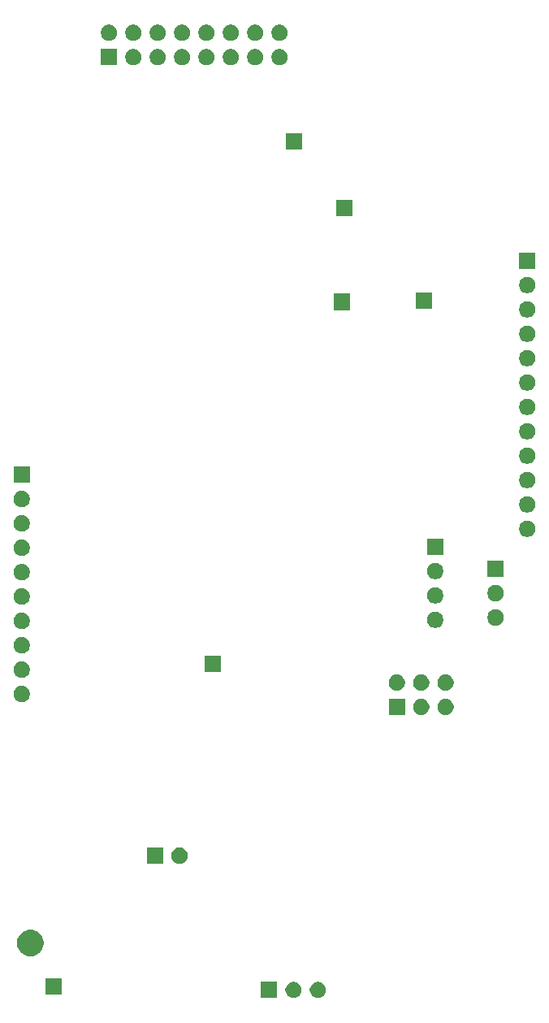
<source format=gbr>
G04 #@! TF.GenerationSoftware,KiCad,Pcbnew,(5.1.5)-3*
G04 #@! TF.CreationDate,2020-05-14T10:56:35+01:00*
G04 #@! TF.ProjectId,AddaTone components,41646461-546f-46e6-9520-636f6d706f6e,rev?*
G04 #@! TF.SameCoordinates,Original*
G04 #@! TF.FileFunction,Soldermask,Bot*
G04 #@! TF.FilePolarity,Negative*
%FSLAX46Y46*%
G04 Gerber Fmt 4.6, Leading zero omitted, Abs format (unit mm)*
G04 Created by KiCad (PCBNEW (5.1.5)-3) date 2020-05-14 10:56:35*
%MOMM*%
%LPD*%
G04 APERTURE LIST*
%ADD10C,0.100000*%
G04 APERTURE END LIST*
D10*
G36*
X129450000Y-156850000D02*
G01*
X127750000Y-156850000D01*
X127750000Y-155150000D01*
X129450000Y-155150000D01*
X129450000Y-156850000D01*
G37*
G36*
X131387935Y-155182664D02*
G01*
X131542624Y-155246739D01*
X131542626Y-155246740D01*
X131681844Y-155339762D01*
X131800238Y-155458156D01*
X131893260Y-155597374D01*
X131893261Y-155597376D01*
X131957336Y-155752065D01*
X131990000Y-155916281D01*
X131990000Y-156083719D01*
X131957336Y-156247935D01*
X131893261Y-156402624D01*
X131893260Y-156402626D01*
X131800238Y-156541844D01*
X131681844Y-156660238D01*
X131542626Y-156753260D01*
X131542625Y-156753261D01*
X131542624Y-156753261D01*
X131387935Y-156817336D01*
X131223719Y-156850000D01*
X131056281Y-156850000D01*
X130892065Y-156817336D01*
X130737376Y-156753261D01*
X130737375Y-156753261D01*
X130737374Y-156753260D01*
X130598156Y-156660238D01*
X130479762Y-156541844D01*
X130386740Y-156402626D01*
X130386739Y-156402624D01*
X130322664Y-156247935D01*
X130290000Y-156083719D01*
X130290000Y-155916281D01*
X130322664Y-155752065D01*
X130386739Y-155597376D01*
X130386740Y-155597374D01*
X130479762Y-155458156D01*
X130598156Y-155339762D01*
X130737374Y-155246740D01*
X130737376Y-155246739D01*
X130892065Y-155182664D01*
X131056281Y-155150000D01*
X131223719Y-155150000D01*
X131387935Y-155182664D01*
G37*
G36*
X133927935Y-155182664D02*
G01*
X134082624Y-155246739D01*
X134082626Y-155246740D01*
X134221844Y-155339762D01*
X134340238Y-155458156D01*
X134433260Y-155597374D01*
X134433261Y-155597376D01*
X134497336Y-155752065D01*
X134530000Y-155916281D01*
X134530000Y-156083719D01*
X134497336Y-156247935D01*
X134433261Y-156402624D01*
X134433260Y-156402626D01*
X134340238Y-156541844D01*
X134221844Y-156660238D01*
X134082626Y-156753260D01*
X134082625Y-156753261D01*
X134082624Y-156753261D01*
X133927935Y-156817336D01*
X133763719Y-156850000D01*
X133596281Y-156850000D01*
X133432065Y-156817336D01*
X133277376Y-156753261D01*
X133277375Y-156753261D01*
X133277374Y-156753260D01*
X133138156Y-156660238D01*
X133019762Y-156541844D01*
X132926740Y-156402626D01*
X132926739Y-156402624D01*
X132862664Y-156247935D01*
X132830000Y-156083719D01*
X132830000Y-155916281D01*
X132862664Y-155752065D01*
X132926739Y-155597376D01*
X132926740Y-155597374D01*
X133019762Y-155458156D01*
X133138156Y-155339762D01*
X133277374Y-155246740D01*
X133277376Y-155246739D01*
X133432065Y-155182664D01*
X133596281Y-155150000D01*
X133763719Y-155150000D01*
X133927935Y-155182664D01*
G37*
G36*
X106950000Y-156450000D02*
G01*
X105250000Y-156450000D01*
X105250000Y-154750000D01*
X106950000Y-154750000D01*
X106950000Y-156450000D01*
G37*
G36*
X103973127Y-149726901D02*
G01*
X104108365Y-149753801D01*
X104363149Y-149859336D01*
X104592448Y-150012549D01*
X104787451Y-150207552D01*
X104940664Y-150436851D01*
X105046199Y-150691635D01*
X105100000Y-150962112D01*
X105100000Y-151237888D01*
X105046199Y-151508365D01*
X104940664Y-151763149D01*
X104787451Y-151992448D01*
X104592448Y-152187451D01*
X104363149Y-152340664D01*
X104108365Y-152446199D01*
X103973127Y-152473099D01*
X103837889Y-152500000D01*
X103562111Y-152500000D01*
X103426873Y-152473099D01*
X103291635Y-152446199D01*
X103036851Y-152340664D01*
X102807552Y-152187451D01*
X102612549Y-151992448D01*
X102459336Y-151763149D01*
X102353801Y-151508365D01*
X102300000Y-151237888D01*
X102300000Y-150962112D01*
X102353801Y-150691635D01*
X102459336Y-150436851D01*
X102612549Y-150207552D01*
X102807552Y-150012549D01*
X103036851Y-149859336D01*
X103291635Y-149753801D01*
X103426873Y-149726901D01*
X103562111Y-149700000D01*
X103837889Y-149700000D01*
X103973127Y-149726901D01*
G37*
G36*
X119487935Y-141182664D02*
G01*
X119642624Y-141246739D01*
X119642626Y-141246740D01*
X119781844Y-141339762D01*
X119900238Y-141458156D01*
X119993260Y-141597374D01*
X119993261Y-141597376D01*
X120057336Y-141752065D01*
X120090000Y-141916281D01*
X120090000Y-142083719D01*
X120057336Y-142247935D01*
X119993261Y-142402624D01*
X119993260Y-142402626D01*
X119900238Y-142541844D01*
X119781844Y-142660238D01*
X119642626Y-142753260D01*
X119642625Y-142753261D01*
X119642624Y-142753261D01*
X119487935Y-142817336D01*
X119323719Y-142850000D01*
X119156281Y-142850000D01*
X118992065Y-142817336D01*
X118837376Y-142753261D01*
X118837375Y-142753261D01*
X118837374Y-142753260D01*
X118698156Y-142660238D01*
X118579762Y-142541844D01*
X118486740Y-142402626D01*
X118486739Y-142402624D01*
X118422664Y-142247935D01*
X118390000Y-142083719D01*
X118390000Y-141916281D01*
X118422664Y-141752065D01*
X118486739Y-141597376D01*
X118486740Y-141597374D01*
X118579762Y-141458156D01*
X118698156Y-141339762D01*
X118837374Y-141246740D01*
X118837376Y-141246739D01*
X118992065Y-141182664D01*
X119156281Y-141150000D01*
X119323719Y-141150000D01*
X119487935Y-141182664D01*
G37*
G36*
X117550000Y-142850000D02*
G01*
X115850000Y-142850000D01*
X115850000Y-141150000D01*
X117550000Y-141150000D01*
X117550000Y-142850000D01*
G37*
G36*
X147227935Y-125682664D02*
G01*
X147382624Y-125746739D01*
X147382626Y-125746740D01*
X147521844Y-125839762D01*
X147640238Y-125958156D01*
X147733260Y-126097374D01*
X147733261Y-126097376D01*
X147797336Y-126252065D01*
X147830000Y-126416281D01*
X147830000Y-126583719D01*
X147797336Y-126747935D01*
X147733261Y-126902624D01*
X147733260Y-126902626D01*
X147640238Y-127041844D01*
X147521844Y-127160238D01*
X147382626Y-127253260D01*
X147382625Y-127253261D01*
X147382624Y-127253261D01*
X147227935Y-127317336D01*
X147063719Y-127350000D01*
X146896281Y-127350000D01*
X146732065Y-127317336D01*
X146577376Y-127253261D01*
X146577375Y-127253261D01*
X146577374Y-127253260D01*
X146438156Y-127160238D01*
X146319762Y-127041844D01*
X146226740Y-126902626D01*
X146226739Y-126902624D01*
X146162664Y-126747935D01*
X146130000Y-126583719D01*
X146130000Y-126416281D01*
X146162664Y-126252065D01*
X146226739Y-126097376D01*
X146226740Y-126097374D01*
X146319762Y-125958156D01*
X146438156Y-125839762D01*
X146577374Y-125746740D01*
X146577376Y-125746739D01*
X146732065Y-125682664D01*
X146896281Y-125650000D01*
X147063719Y-125650000D01*
X147227935Y-125682664D01*
G37*
G36*
X142750000Y-127350000D02*
G01*
X141050000Y-127350000D01*
X141050000Y-125650000D01*
X142750000Y-125650000D01*
X142750000Y-127350000D01*
G37*
G36*
X144687935Y-125682664D02*
G01*
X144842624Y-125746739D01*
X144842626Y-125746740D01*
X144981844Y-125839762D01*
X145100238Y-125958156D01*
X145193260Y-126097374D01*
X145193261Y-126097376D01*
X145257336Y-126252065D01*
X145290000Y-126416281D01*
X145290000Y-126583719D01*
X145257336Y-126747935D01*
X145193261Y-126902624D01*
X145193260Y-126902626D01*
X145100238Y-127041844D01*
X144981844Y-127160238D01*
X144842626Y-127253260D01*
X144842625Y-127253261D01*
X144842624Y-127253261D01*
X144687935Y-127317336D01*
X144523719Y-127350000D01*
X144356281Y-127350000D01*
X144192065Y-127317336D01*
X144037376Y-127253261D01*
X144037375Y-127253261D01*
X144037374Y-127253260D01*
X143898156Y-127160238D01*
X143779762Y-127041844D01*
X143686740Y-126902626D01*
X143686739Y-126902624D01*
X143622664Y-126747935D01*
X143590000Y-126583719D01*
X143590000Y-126416281D01*
X143622664Y-126252065D01*
X143686739Y-126097376D01*
X143686740Y-126097374D01*
X143779762Y-125958156D01*
X143898156Y-125839762D01*
X144037374Y-125746740D01*
X144037376Y-125746739D01*
X144192065Y-125682664D01*
X144356281Y-125650000D01*
X144523719Y-125650000D01*
X144687935Y-125682664D01*
G37*
G36*
X103047935Y-124342664D02*
G01*
X103202624Y-124406739D01*
X103202626Y-124406740D01*
X103341844Y-124499762D01*
X103460238Y-124618156D01*
X103553260Y-124757374D01*
X103553261Y-124757376D01*
X103617336Y-124912065D01*
X103650000Y-125076281D01*
X103650000Y-125243719D01*
X103617336Y-125407935D01*
X103553261Y-125562624D01*
X103553260Y-125562626D01*
X103460238Y-125701844D01*
X103341844Y-125820238D01*
X103202626Y-125913260D01*
X103202625Y-125913261D01*
X103202624Y-125913261D01*
X103047935Y-125977336D01*
X102883719Y-126010000D01*
X102716281Y-126010000D01*
X102552065Y-125977336D01*
X102397376Y-125913261D01*
X102397375Y-125913261D01*
X102397374Y-125913260D01*
X102258156Y-125820238D01*
X102139762Y-125701844D01*
X102046740Y-125562626D01*
X102046739Y-125562624D01*
X101982664Y-125407935D01*
X101950000Y-125243719D01*
X101950000Y-125076281D01*
X101982664Y-124912065D01*
X102046739Y-124757376D01*
X102046740Y-124757374D01*
X102139762Y-124618156D01*
X102258156Y-124499762D01*
X102397374Y-124406740D01*
X102397376Y-124406739D01*
X102552065Y-124342664D01*
X102716281Y-124310000D01*
X102883719Y-124310000D01*
X103047935Y-124342664D01*
G37*
G36*
X144687935Y-123142664D02*
G01*
X144842624Y-123206739D01*
X144842626Y-123206740D01*
X144981844Y-123299762D01*
X145100238Y-123418156D01*
X145193260Y-123557374D01*
X145193261Y-123557376D01*
X145257336Y-123712065D01*
X145290000Y-123876281D01*
X145290000Y-124043719D01*
X145257336Y-124207935D01*
X145215059Y-124310000D01*
X145193260Y-124362626D01*
X145100238Y-124501844D01*
X144981844Y-124620238D01*
X144842626Y-124713260D01*
X144842625Y-124713261D01*
X144842624Y-124713261D01*
X144687935Y-124777336D01*
X144523719Y-124810000D01*
X144356281Y-124810000D01*
X144192065Y-124777336D01*
X144037376Y-124713261D01*
X144037375Y-124713261D01*
X144037374Y-124713260D01*
X143898156Y-124620238D01*
X143779762Y-124501844D01*
X143686740Y-124362626D01*
X143664941Y-124310000D01*
X143622664Y-124207935D01*
X143590000Y-124043719D01*
X143590000Y-123876281D01*
X143622664Y-123712065D01*
X143686739Y-123557376D01*
X143686740Y-123557374D01*
X143779762Y-123418156D01*
X143898156Y-123299762D01*
X144037374Y-123206740D01*
X144037376Y-123206739D01*
X144192065Y-123142664D01*
X144356281Y-123110000D01*
X144523719Y-123110000D01*
X144687935Y-123142664D01*
G37*
G36*
X142147935Y-123142664D02*
G01*
X142302624Y-123206739D01*
X142302626Y-123206740D01*
X142441844Y-123299762D01*
X142560238Y-123418156D01*
X142653260Y-123557374D01*
X142653261Y-123557376D01*
X142717336Y-123712065D01*
X142750000Y-123876281D01*
X142750000Y-124043719D01*
X142717336Y-124207935D01*
X142675059Y-124310000D01*
X142653260Y-124362626D01*
X142560238Y-124501844D01*
X142441844Y-124620238D01*
X142302626Y-124713260D01*
X142302625Y-124713261D01*
X142302624Y-124713261D01*
X142147935Y-124777336D01*
X141983719Y-124810000D01*
X141816281Y-124810000D01*
X141652065Y-124777336D01*
X141497376Y-124713261D01*
X141497375Y-124713261D01*
X141497374Y-124713260D01*
X141358156Y-124620238D01*
X141239762Y-124501844D01*
X141146740Y-124362626D01*
X141124941Y-124310000D01*
X141082664Y-124207935D01*
X141050000Y-124043719D01*
X141050000Y-123876281D01*
X141082664Y-123712065D01*
X141146739Y-123557376D01*
X141146740Y-123557374D01*
X141239762Y-123418156D01*
X141358156Y-123299762D01*
X141497374Y-123206740D01*
X141497376Y-123206739D01*
X141652065Y-123142664D01*
X141816281Y-123110000D01*
X141983719Y-123110000D01*
X142147935Y-123142664D01*
G37*
G36*
X147227935Y-123142664D02*
G01*
X147382624Y-123206739D01*
X147382626Y-123206740D01*
X147521844Y-123299762D01*
X147640238Y-123418156D01*
X147733260Y-123557374D01*
X147733261Y-123557376D01*
X147797336Y-123712065D01*
X147830000Y-123876281D01*
X147830000Y-124043719D01*
X147797336Y-124207935D01*
X147755059Y-124310000D01*
X147733260Y-124362626D01*
X147640238Y-124501844D01*
X147521844Y-124620238D01*
X147382626Y-124713260D01*
X147382625Y-124713261D01*
X147382624Y-124713261D01*
X147227935Y-124777336D01*
X147063719Y-124810000D01*
X146896281Y-124810000D01*
X146732065Y-124777336D01*
X146577376Y-124713261D01*
X146577375Y-124713261D01*
X146577374Y-124713260D01*
X146438156Y-124620238D01*
X146319762Y-124501844D01*
X146226740Y-124362626D01*
X146204941Y-124310000D01*
X146162664Y-124207935D01*
X146130000Y-124043719D01*
X146130000Y-123876281D01*
X146162664Y-123712065D01*
X146226739Y-123557376D01*
X146226740Y-123557374D01*
X146319762Y-123418156D01*
X146438156Y-123299762D01*
X146577374Y-123206740D01*
X146577376Y-123206739D01*
X146732065Y-123142664D01*
X146896281Y-123110000D01*
X147063719Y-123110000D01*
X147227935Y-123142664D01*
G37*
G36*
X103047935Y-121802664D02*
G01*
X103202624Y-121866739D01*
X103202626Y-121866740D01*
X103341844Y-121959762D01*
X103460238Y-122078156D01*
X103553260Y-122217374D01*
X103553261Y-122217376D01*
X103617336Y-122372065D01*
X103650000Y-122536281D01*
X103650000Y-122703719D01*
X103617336Y-122867935D01*
X103553261Y-123022624D01*
X103553260Y-123022626D01*
X103460238Y-123161844D01*
X103341844Y-123280238D01*
X103202626Y-123373260D01*
X103202625Y-123373261D01*
X103202624Y-123373261D01*
X103047935Y-123437336D01*
X102883719Y-123470000D01*
X102716281Y-123470000D01*
X102552065Y-123437336D01*
X102397376Y-123373261D01*
X102397375Y-123373261D01*
X102397374Y-123373260D01*
X102258156Y-123280238D01*
X102139762Y-123161844D01*
X102046740Y-123022626D01*
X102046739Y-123022624D01*
X101982664Y-122867935D01*
X101950000Y-122703719D01*
X101950000Y-122536281D01*
X101982664Y-122372065D01*
X102046739Y-122217376D01*
X102046740Y-122217374D01*
X102139762Y-122078156D01*
X102258156Y-121959762D01*
X102397374Y-121866740D01*
X102397376Y-121866739D01*
X102552065Y-121802664D01*
X102716281Y-121770000D01*
X102883719Y-121770000D01*
X103047935Y-121802664D01*
G37*
G36*
X123550000Y-122850000D02*
G01*
X121850000Y-122850000D01*
X121850000Y-121150000D01*
X123550000Y-121150000D01*
X123550000Y-122850000D01*
G37*
G36*
X103047935Y-119262664D02*
G01*
X103202624Y-119326739D01*
X103202626Y-119326740D01*
X103341844Y-119419762D01*
X103460238Y-119538156D01*
X103553260Y-119677374D01*
X103553261Y-119677376D01*
X103617336Y-119832065D01*
X103650000Y-119996281D01*
X103650000Y-120163719D01*
X103617336Y-120327935D01*
X103553261Y-120482624D01*
X103553260Y-120482626D01*
X103460238Y-120621844D01*
X103341844Y-120740238D01*
X103202626Y-120833260D01*
X103202625Y-120833261D01*
X103202624Y-120833261D01*
X103047935Y-120897336D01*
X102883719Y-120930000D01*
X102716281Y-120930000D01*
X102552065Y-120897336D01*
X102397376Y-120833261D01*
X102397375Y-120833261D01*
X102397374Y-120833260D01*
X102258156Y-120740238D01*
X102139762Y-120621844D01*
X102046740Y-120482626D01*
X102046739Y-120482624D01*
X101982664Y-120327935D01*
X101950000Y-120163719D01*
X101950000Y-119996281D01*
X101982664Y-119832065D01*
X102046739Y-119677376D01*
X102046740Y-119677374D01*
X102139762Y-119538156D01*
X102258156Y-119419762D01*
X102397374Y-119326740D01*
X102397376Y-119326739D01*
X102552065Y-119262664D01*
X102716281Y-119230000D01*
X102883719Y-119230000D01*
X103047935Y-119262664D01*
G37*
G36*
X103047935Y-116722664D02*
G01*
X103202624Y-116786739D01*
X103202626Y-116786740D01*
X103341844Y-116879762D01*
X103460238Y-116998156D01*
X103525803Y-117096282D01*
X103553261Y-117137376D01*
X103617336Y-117292065D01*
X103650000Y-117456281D01*
X103650000Y-117623719D01*
X103617336Y-117787935D01*
X103602967Y-117822624D01*
X103553260Y-117942626D01*
X103460238Y-118081844D01*
X103341844Y-118200238D01*
X103202626Y-118293260D01*
X103202625Y-118293261D01*
X103202624Y-118293261D01*
X103047935Y-118357336D01*
X102883719Y-118390000D01*
X102716281Y-118390000D01*
X102552065Y-118357336D01*
X102397376Y-118293261D01*
X102397375Y-118293261D01*
X102397374Y-118293260D01*
X102258156Y-118200238D01*
X102139762Y-118081844D01*
X102046740Y-117942626D01*
X101997033Y-117822624D01*
X101982664Y-117787935D01*
X101950000Y-117623719D01*
X101950000Y-117456281D01*
X101982664Y-117292065D01*
X102046739Y-117137376D01*
X102074197Y-117096282D01*
X102139762Y-116998156D01*
X102258156Y-116879762D01*
X102397374Y-116786740D01*
X102397376Y-116786739D01*
X102552065Y-116722664D01*
X102716281Y-116690000D01*
X102883719Y-116690000D01*
X103047935Y-116722664D01*
G37*
G36*
X146147935Y-116602664D02*
G01*
X146302624Y-116666739D01*
X146302626Y-116666740D01*
X146441844Y-116759762D01*
X146560238Y-116878156D01*
X146653260Y-117017374D01*
X146653261Y-117017376D01*
X146717336Y-117172065D01*
X146750000Y-117336281D01*
X146750000Y-117503719D01*
X146717336Y-117667935D01*
X146667630Y-117787935D01*
X146653260Y-117822626D01*
X146560238Y-117961844D01*
X146441844Y-118080238D01*
X146302626Y-118173260D01*
X146302625Y-118173261D01*
X146302624Y-118173261D01*
X146147935Y-118237336D01*
X145983719Y-118270000D01*
X145816281Y-118270000D01*
X145652065Y-118237336D01*
X145497376Y-118173261D01*
X145497375Y-118173261D01*
X145497374Y-118173260D01*
X145358156Y-118080238D01*
X145239762Y-117961844D01*
X145146740Y-117822626D01*
X145132370Y-117787935D01*
X145082664Y-117667935D01*
X145050000Y-117503719D01*
X145050000Y-117336281D01*
X145082664Y-117172065D01*
X145146739Y-117017376D01*
X145146740Y-117017374D01*
X145239762Y-116878156D01*
X145358156Y-116759762D01*
X145497374Y-116666740D01*
X145497376Y-116666739D01*
X145652065Y-116602664D01*
X145816281Y-116570000D01*
X145983719Y-116570000D01*
X146147935Y-116602664D01*
G37*
G36*
X152447935Y-116362664D02*
G01*
X152602624Y-116426739D01*
X152602626Y-116426740D01*
X152741844Y-116519762D01*
X152860238Y-116638156D01*
X152941492Y-116759762D01*
X152953261Y-116777376D01*
X153017336Y-116932065D01*
X153050000Y-117096281D01*
X153050000Y-117263719D01*
X153017336Y-117427935D01*
X153005594Y-117456282D01*
X152953260Y-117582626D01*
X152860238Y-117721844D01*
X152741844Y-117840238D01*
X152602626Y-117933260D01*
X152602625Y-117933261D01*
X152602624Y-117933261D01*
X152447935Y-117997336D01*
X152283719Y-118030000D01*
X152116281Y-118030000D01*
X151952065Y-117997336D01*
X151797376Y-117933261D01*
X151797375Y-117933261D01*
X151797374Y-117933260D01*
X151658156Y-117840238D01*
X151539762Y-117721844D01*
X151446740Y-117582626D01*
X151394406Y-117456282D01*
X151382664Y-117427935D01*
X151350000Y-117263719D01*
X151350000Y-117096281D01*
X151382664Y-116932065D01*
X151446739Y-116777376D01*
X151458508Y-116759762D01*
X151539762Y-116638156D01*
X151658156Y-116519762D01*
X151797374Y-116426740D01*
X151797376Y-116426739D01*
X151952065Y-116362664D01*
X152116281Y-116330000D01*
X152283719Y-116330000D01*
X152447935Y-116362664D01*
G37*
G36*
X103047935Y-114182664D02*
G01*
X103202624Y-114246739D01*
X103202626Y-114246740D01*
X103341844Y-114339762D01*
X103460238Y-114458156D01*
X103525803Y-114556282D01*
X103553261Y-114597376D01*
X103617336Y-114752065D01*
X103650000Y-114916281D01*
X103650000Y-115083719D01*
X103617336Y-115247935D01*
X103602967Y-115282624D01*
X103553260Y-115402626D01*
X103460238Y-115541844D01*
X103341844Y-115660238D01*
X103202626Y-115753260D01*
X103202625Y-115753261D01*
X103202624Y-115753261D01*
X103047935Y-115817336D01*
X102883719Y-115850000D01*
X102716281Y-115850000D01*
X102552065Y-115817336D01*
X102397376Y-115753261D01*
X102397375Y-115753261D01*
X102397374Y-115753260D01*
X102258156Y-115660238D01*
X102139762Y-115541844D01*
X102046740Y-115402626D01*
X101997033Y-115282624D01*
X101982664Y-115247935D01*
X101950000Y-115083719D01*
X101950000Y-114916281D01*
X101982664Y-114752065D01*
X102046739Y-114597376D01*
X102074197Y-114556282D01*
X102139762Y-114458156D01*
X102258156Y-114339762D01*
X102397374Y-114246740D01*
X102397376Y-114246739D01*
X102552065Y-114182664D01*
X102716281Y-114150000D01*
X102883719Y-114150000D01*
X103047935Y-114182664D01*
G37*
G36*
X146147935Y-114062664D02*
G01*
X146302624Y-114126739D01*
X146302626Y-114126740D01*
X146441844Y-114219762D01*
X146560238Y-114338156D01*
X146653260Y-114477374D01*
X146653261Y-114477376D01*
X146717336Y-114632065D01*
X146750000Y-114796281D01*
X146750000Y-114963719D01*
X146717336Y-115127935D01*
X146667630Y-115247935D01*
X146653260Y-115282626D01*
X146560238Y-115421844D01*
X146441844Y-115540238D01*
X146302626Y-115633260D01*
X146302625Y-115633261D01*
X146302624Y-115633261D01*
X146147935Y-115697336D01*
X145983719Y-115730000D01*
X145816281Y-115730000D01*
X145652065Y-115697336D01*
X145497376Y-115633261D01*
X145497375Y-115633261D01*
X145497374Y-115633260D01*
X145358156Y-115540238D01*
X145239762Y-115421844D01*
X145146740Y-115282626D01*
X145132370Y-115247935D01*
X145082664Y-115127935D01*
X145050000Y-114963719D01*
X145050000Y-114796281D01*
X145082664Y-114632065D01*
X145146739Y-114477376D01*
X145146740Y-114477374D01*
X145239762Y-114338156D01*
X145358156Y-114219762D01*
X145497374Y-114126740D01*
X145497376Y-114126739D01*
X145652065Y-114062664D01*
X145816281Y-114030000D01*
X145983719Y-114030000D01*
X146147935Y-114062664D01*
G37*
G36*
X152447935Y-113822664D02*
G01*
X152602624Y-113886739D01*
X152602626Y-113886740D01*
X152741844Y-113979762D01*
X152860238Y-114098156D01*
X152941492Y-114219762D01*
X152953261Y-114237376D01*
X153017336Y-114392065D01*
X153050000Y-114556281D01*
X153050000Y-114723719D01*
X153017336Y-114887935D01*
X153005594Y-114916282D01*
X152953260Y-115042626D01*
X152860238Y-115181844D01*
X152741844Y-115300238D01*
X152602626Y-115393260D01*
X152602625Y-115393261D01*
X152602624Y-115393261D01*
X152447935Y-115457336D01*
X152283719Y-115490000D01*
X152116281Y-115490000D01*
X151952065Y-115457336D01*
X151797376Y-115393261D01*
X151797375Y-115393261D01*
X151797374Y-115393260D01*
X151658156Y-115300238D01*
X151539762Y-115181844D01*
X151446740Y-115042626D01*
X151394406Y-114916282D01*
X151382664Y-114887935D01*
X151350000Y-114723719D01*
X151350000Y-114556281D01*
X151382664Y-114392065D01*
X151446739Y-114237376D01*
X151458508Y-114219762D01*
X151539762Y-114098156D01*
X151658156Y-113979762D01*
X151797374Y-113886740D01*
X151797376Y-113886739D01*
X151952065Y-113822664D01*
X152116281Y-113790000D01*
X152283719Y-113790000D01*
X152447935Y-113822664D01*
G37*
G36*
X103047935Y-111642664D02*
G01*
X103137496Y-111679762D01*
X103202626Y-111706740D01*
X103341844Y-111799762D01*
X103460238Y-111918156D01*
X103473080Y-111937376D01*
X103553261Y-112057376D01*
X103617336Y-112212065D01*
X103650000Y-112376281D01*
X103650000Y-112543719D01*
X103617336Y-112707935D01*
X103602967Y-112742624D01*
X103553260Y-112862626D01*
X103460238Y-113001844D01*
X103341844Y-113120238D01*
X103202626Y-113213260D01*
X103202625Y-113213261D01*
X103202624Y-113213261D01*
X103047935Y-113277336D01*
X102883719Y-113310000D01*
X102716281Y-113310000D01*
X102552065Y-113277336D01*
X102397376Y-113213261D01*
X102397375Y-113213261D01*
X102397374Y-113213260D01*
X102258156Y-113120238D01*
X102139762Y-113001844D01*
X102046740Y-112862626D01*
X101997033Y-112742624D01*
X101982664Y-112707935D01*
X101950000Y-112543719D01*
X101950000Y-112376281D01*
X101982664Y-112212065D01*
X102046739Y-112057376D01*
X102126920Y-111937376D01*
X102139762Y-111918156D01*
X102258156Y-111799762D01*
X102397374Y-111706740D01*
X102462504Y-111679762D01*
X102552065Y-111642664D01*
X102716281Y-111610000D01*
X102883719Y-111610000D01*
X103047935Y-111642664D01*
G37*
G36*
X146147935Y-111522664D02*
G01*
X146302624Y-111586739D01*
X146302626Y-111586740D01*
X146441844Y-111679762D01*
X146560238Y-111798156D01*
X146653260Y-111937374D01*
X146653261Y-111937376D01*
X146717336Y-112092065D01*
X146750000Y-112256281D01*
X146750000Y-112423719D01*
X146717336Y-112587935D01*
X146667630Y-112707935D01*
X146653260Y-112742626D01*
X146560238Y-112881844D01*
X146441844Y-113000238D01*
X146302626Y-113093260D01*
X146302625Y-113093261D01*
X146302624Y-113093261D01*
X146147935Y-113157336D01*
X145983719Y-113190000D01*
X145816281Y-113190000D01*
X145652065Y-113157336D01*
X145497376Y-113093261D01*
X145497375Y-113093261D01*
X145497374Y-113093260D01*
X145358156Y-113000238D01*
X145239762Y-112881844D01*
X145146740Y-112742626D01*
X145132370Y-112707935D01*
X145082664Y-112587935D01*
X145050000Y-112423719D01*
X145050000Y-112256281D01*
X145082664Y-112092065D01*
X145146739Y-111937376D01*
X145146740Y-111937374D01*
X145239762Y-111798156D01*
X145358156Y-111679762D01*
X145497374Y-111586740D01*
X145497376Y-111586739D01*
X145652065Y-111522664D01*
X145816281Y-111490000D01*
X145983719Y-111490000D01*
X146147935Y-111522664D01*
G37*
G36*
X153050000Y-112950000D02*
G01*
X151350000Y-112950000D01*
X151350000Y-111250000D01*
X153050000Y-111250000D01*
X153050000Y-112950000D01*
G37*
G36*
X103047935Y-109102664D02*
G01*
X103202624Y-109166739D01*
X103202626Y-109166740D01*
X103341844Y-109259762D01*
X103460238Y-109378156D01*
X103553260Y-109517374D01*
X103553261Y-109517376D01*
X103617336Y-109672065D01*
X103650000Y-109836281D01*
X103650000Y-110003719D01*
X103617336Y-110167935D01*
X103553261Y-110322624D01*
X103553260Y-110322626D01*
X103460238Y-110461844D01*
X103341844Y-110580238D01*
X103202626Y-110673260D01*
X103202625Y-110673261D01*
X103202624Y-110673261D01*
X103047935Y-110737336D01*
X102883719Y-110770000D01*
X102716281Y-110770000D01*
X102552065Y-110737336D01*
X102397376Y-110673261D01*
X102397375Y-110673261D01*
X102397374Y-110673260D01*
X102258156Y-110580238D01*
X102139762Y-110461844D01*
X102046740Y-110322626D01*
X102046739Y-110322624D01*
X101982664Y-110167935D01*
X101950000Y-110003719D01*
X101950000Y-109836281D01*
X101982664Y-109672065D01*
X102046739Y-109517376D01*
X102046740Y-109517374D01*
X102139762Y-109378156D01*
X102258156Y-109259762D01*
X102397374Y-109166740D01*
X102397376Y-109166739D01*
X102552065Y-109102664D01*
X102716281Y-109070000D01*
X102883719Y-109070000D01*
X103047935Y-109102664D01*
G37*
G36*
X146750000Y-110650000D02*
G01*
X145050000Y-110650000D01*
X145050000Y-108950000D01*
X146750000Y-108950000D01*
X146750000Y-110650000D01*
G37*
G36*
X155747935Y-107122664D02*
G01*
X155902624Y-107186739D01*
X155902626Y-107186740D01*
X156041844Y-107279762D01*
X156160238Y-107398156D01*
X156253260Y-107537374D01*
X156253261Y-107537376D01*
X156317336Y-107692065D01*
X156350000Y-107856281D01*
X156350000Y-108023719D01*
X156317336Y-108187935D01*
X156253261Y-108342624D01*
X156253260Y-108342626D01*
X156160238Y-108481844D01*
X156041844Y-108600238D01*
X155902626Y-108693260D01*
X155902625Y-108693261D01*
X155902624Y-108693261D01*
X155747935Y-108757336D01*
X155583719Y-108790000D01*
X155416281Y-108790000D01*
X155252065Y-108757336D01*
X155097376Y-108693261D01*
X155097375Y-108693261D01*
X155097374Y-108693260D01*
X154958156Y-108600238D01*
X154839762Y-108481844D01*
X154746740Y-108342626D01*
X154746739Y-108342624D01*
X154682664Y-108187935D01*
X154650000Y-108023719D01*
X154650000Y-107856281D01*
X154682664Y-107692065D01*
X154746739Y-107537376D01*
X154746740Y-107537374D01*
X154839762Y-107398156D01*
X154958156Y-107279762D01*
X155097374Y-107186740D01*
X155097376Y-107186739D01*
X155252065Y-107122664D01*
X155416281Y-107090000D01*
X155583719Y-107090000D01*
X155747935Y-107122664D01*
G37*
G36*
X103047935Y-106562664D02*
G01*
X103202624Y-106626739D01*
X103202626Y-106626740D01*
X103341844Y-106719762D01*
X103460238Y-106838156D01*
X103553260Y-106977374D01*
X103553261Y-106977376D01*
X103617336Y-107132065D01*
X103650000Y-107296281D01*
X103650000Y-107463719D01*
X103617336Y-107627935D01*
X103590772Y-107692065D01*
X103553260Y-107782626D01*
X103460238Y-107921844D01*
X103341844Y-108040238D01*
X103202626Y-108133260D01*
X103202625Y-108133261D01*
X103202624Y-108133261D01*
X103047935Y-108197336D01*
X102883719Y-108230000D01*
X102716281Y-108230000D01*
X102552065Y-108197336D01*
X102397376Y-108133261D01*
X102397375Y-108133261D01*
X102397374Y-108133260D01*
X102258156Y-108040238D01*
X102139762Y-107921844D01*
X102046740Y-107782626D01*
X102009228Y-107692065D01*
X101982664Y-107627935D01*
X101950000Y-107463719D01*
X101950000Y-107296281D01*
X101982664Y-107132065D01*
X102046739Y-106977376D01*
X102046740Y-106977374D01*
X102139762Y-106838156D01*
X102258156Y-106719762D01*
X102397374Y-106626740D01*
X102397376Y-106626739D01*
X102552065Y-106562664D01*
X102716281Y-106530000D01*
X102883719Y-106530000D01*
X103047935Y-106562664D01*
G37*
G36*
X155747935Y-104582664D02*
G01*
X155902624Y-104646739D01*
X155902626Y-104646740D01*
X156041844Y-104739762D01*
X156160238Y-104858156D01*
X156253260Y-104997374D01*
X156253261Y-104997376D01*
X156317336Y-105152065D01*
X156350000Y-105316281D01*
X156350000Y-105483719D01*
X156317336Y-105647935D01*
X156253261Y-105802624D01*
X156253260Y-105802626D01*
X156160238Y-105941844D01*
X156041844Y-106060238D01*
X155902626Y-106153260D01*
X155902625Y-106153261D01*
X155902624Y-106153261D01*
X155747935Y-106217336D01*
X155583719Y-106250000D01*
X155416281Y-106250000D01*
X155252065Y-106217336D01*
X155097376Y-106153261D01*
X155097375Y-106153261D01*
X155097374Y-106153260D01*
X154958156Y-106060238D01*
X154839762Y-105941844D01*
X154746740Y-105802626D01*
X154746739Y-105802624D01*
X154682664Y-105647935D01*
X154650000Y-105483719D01*
X154650000Y-105316281D01*
X154682664Y-105152065D01*
X154746739Y-104997376D01*
X154746740Y-104997374D01*
X154839762Y-104858156D01*
X154958156Y-104739762D01*
X155097374Y-104646740D01*
X155097376Y-104646739D01*
X155252065Y-104582664D01*
X155416281Y-104550000D01*
X155583719Y-104550000D01*
X155747935Y-104582664D01*
G37*
G36*
X103047935Y-104022664D02*
G01*
X103202624Y-104086739D01*
X103202626Y-104086740D01*
X103341844Y-104179762D01*
X103460238Y-104298156D01*
X103553260Y-104437374D01*
X103553261Y-104437376D01*
X103617336Y-104592065D01*
X103650000Y-104756281D01*
X103650000Y-104923719D01*
X103617336Y-105087935D01*
X103590772Y-105152065D01*
X103553260Y-105242626D01*
X103460238Y-105381844D01*
X103341844Y-105500238D01*
X103202626Y-105593260D01*
X103202625Y-105593261D01*
X103202624Y-105593261D01*
X103047935Y-105657336D01*
X102883719Y-105690000D01*
X102716281Y-105690000D01*
X102552065Y-105657336D01*
X102397376Y-105593261D01*
X102397375Y-105593261D01*
X102397374Y-105593260D01*
X102258156Y-105500238D01*
X102139762Y-105381844D01*
X102046740Y-105242626D01*
X102009228Y-105152065D01*
X101982664Y-105087935D01*
X101950000Y-104923719D01*
X101950000Y-104756281D01*
X101982664Y-104592065D01*
X102046739Y-104437376D01*
X102046740Y-104437374D01*
X102139762Y-104298156D01*
X102258156Y-104179762D01*
X102397374Y-104086740D01*
X102397376Y-104086739D01*
X102552065Y-104022664D01*
X102716281Y-103990000D01*
X102883719Y-103990000D01*
X103047935Y-104022664D01*
G37*
G36*
X155747935Y-102042664D02*
G01*
X155902624Y-102106739D01*
X155902626Y-102106740D01*
X156041844Y-102199762D01*
X156160238Y-102318156D01*
X156253260Y-102457374D01*
X156253261Y-102457376D01*
X156317336Y-102612065D01*
X156350000Y-102776281D01*
X156350000Y-102943719D01*
X156317336Y-103107935D01*
X156253261Y-103262624D01*
X156253260Y-103262626D01*
X156160238Y-103401844D01*
X156041844Y-103520238D01*
X155902626Y-103613260D01*
X155902625Y-103613261D01*
X155902624Y-103613261D01*
X155747935Y-103677336D01*
X155583719Y-103710000D01*
X155416281Y-103710000D01*
X155252065Y-103677336D01*
X155097376Y-103613261D01*
X155097375Y-103613261D01*
X155097374Y-103613260D01*
X154958156Y-103520238D01*
X154839762Y-103401844D01*
X154746740Y-103262626D01*
X154746739Y-103262624D01*
X154682664Y-103107935D01*
X154650000Y-102943719D01*
X154650000Y-102776281D01*
X154682664Y-102612065D01*
X154746739Y-102457376D01*
X154746740Y-102457374D01*
X154839762Y-102318156D01*
X154958156Y-102199762D01*
X155097374Y-102106740D01*
X155097376Y-102106739D01*
X155252065Y-102042664D01*
X155416281Y-102010000D01*
X155583719Y-102010000D01*
X155747935Y-102042664D01*
G37*
G36*
X103650000Y-103150000D02*
G01*
X101950000Y-103150000D01*
X101950000Y-101450000D01*
X103650000Y-101450000D01*
X103650000Y-103150000D01*
G37*
G36*
X155747935Y-99502664D02*
G01*
X155902624Y-99566739D01*
X155902626Y-99566740D01*
X156041844Y-99659762D01*
X156160238Y-99778156D01*
X156253260Y-99917374D01*
X156253261Y-99917376D01*
X156317336Y-100072065D01*
X156350000Y-100236281D01*
X156350000Y-100403719D01*
X156317336Y-100567935D01*
X156253261Y-100722624D01*
X156253260Y-100722626D01*
X156160238Y-100861844D01*
X156041844Y-100980238D01*
X155902626Y-101073260D01*
X155902625Y-101073261D01*
X155902624Y-101073261D01*
X155747935Y-101137336D01*
X155583719Y-101170000D01*
X155416281Y-101170000D01*
X155252065Y-101137336D01*
X155097376Y-101073261D01*
X155097375Y-101073261D01*
X155097374Y-101073260D01*
X154958156Y-100980238D01*
X154839762Y-100861844D01*
X154746740Y-100722626D01*
X154746739Y-100722624D01*
X154682664Y-100567935D01*
X154650000Y-100403719D01*
X154650000Y-100236281D01*
X154682664Y-100072065D01*
X154746739Y-99917376D01*
X154746740Y-99917374D01*
X154839762Y-99778156D01*
X154958156Y-99659762D01*
X155097374Y-99566740D01*
X155097376Y-99566739D01*
X155252065Y-99502664D01*
X155416281Y-99470000D01*
X155583719Y-99470000D01*
X155747935Y-99502664D01*
G37*
G36*
X155747935Y-96962664D02*
G01*
X155902624Y-97026739D01*
X155902626Y-97026740D01*
X156041844Y-97119762D01*
X156160238Y-97238156D01*
X156253260Y-97377374D01*
X156253261Y-97377376D01*
X156317336Y-97532065D01*
X156350000Y-97696281D01*
X156350000Y-97863719D01*
X156317336Y-98027935D01*
X156253261Y-98182624D01*
X156253260Y-98182626D01*
X156160238Y-98321844D01*
X156041844Y-98440238D01*
X155902626Y-98533260D01*
X155902625Y-98533261D01*
X155902624Y-98533261D01*
X155747935Y-98597336D01*
X155583719Y-98630000D01*
X155416281Y-98630000D01*
X155252065Y-98597336D01*
X155097376Y-98533261D01*
X155097375Y-98533261D01*
X155097374Y-98533260D01*
X154958156Y-98440238D01*
X154839762Y-98321844D01*
X154746740Y-98182626D01*
X154746739Y-98182624D01*
X154682664Y-98027935D01*
X154650000Y-97863719D01*
X154650000Y-97696281D01*
X154682664Y-97532065D01*
X154746739Y-97377376D01*
X154746740Y-97377374D01*
X154839762Y-97238156D01*
X154958156Y-97119762D01*
X155097374Y-97026740D01*
X155097376Y-97026739D01*
X155252065Y-96962664D01*
X155416281Y-96930000D01*
X155583719Y-96930000D01*
X155747935Y-96962664D01*
G37*
G36*
X155747935Y-94422664D02*
G01*
X155902624Y-94486739D01*
X155902626Y-94486740D01*
X156041844Y-94579762D01*
X156160238Y-94698156D01*
X156253260Y-94837374D01*
X156253261Y-94837376D01*
X156317336Y-94992065D01*
X156350000Y-95156281D01*
X156350000Y-95323719D01*
X156317336Y-95487935D01*
X156253261Y-95642624D01*
X156253260Y-95642626D01*
X156160238Y-95781844D01*
X156041844Y-95900238D01*
X155902626Y-95993260D01*
X155902625Y-95993261D01*
X155902624Y-95993261D01*
X155747935Y-96057336D01*
X155583719Y-96090000D01*
X155416281Y-96090000D01*
X155252065Y-96057336D01*
X155097376Y-95993261D01*
X155097375Y-95993261D01*
X155097374Y-95993260D01*
X154958156Y-95900238D01*
X154839762Y-95781844D01*
X154746740Y-95642626D01*
X154746739Y-95642624D01*
X154682664Y-95487935D01*
X154650000Y-95323719D01*
X154650000Y-95156281D01*
X154682664Y-94992065D01*
X154746739Y-94837376D01*
X154746740Y-94837374D01*
X154839762Y-94698156D01*
X154958156Y-94579762D01*
X155097374Y-94486740D01*
X155097376Y-94486739D01*
X155252065Y-94422664D01*
X155416281Y-94390000D01*
X155583719Y-94390000D01*
X155747935Y-94422664D01*
G37*
G36*
X155747935Y-91882664D02*
G01*
X155902624Y-91946739D01*
X155902626Y-91946740D01*
X156041844Y-92039762D01*
X156160238Y-92158156D01*
X156253260Y-92297374D01*
X156253261Y-92297376D01*
X156317336Y-92452065D01*
X156350000Y-92616281D01*
X156350000Y-92783719D01*
X156317336Y-92947935D01*
X156253261Y-93102624D01*
X156253260Y-93102626D01*
X156160238Y-93241844D01*
X156041844Y-93360238D01*
X155902626Y-93453260D01*
X155902625Y-93453261D01*
X155902624Y-93453261D01*
X155747935Y-93517336D01*
X155583719Y-93550000D01*
X155416281Y-93550000D01*
X155252065Y-93517336D01*
X155097376Y-93453261D01*
X155097375Y-93453261D01*
X155097374Y-93453260D01*
X154958156Y-93360238D01*
X154839762Y-93241844D01*
X154746740Y-93102626D01*
X154746739Y-93102624D01*
X154682664Y-92947935D01*
X154650000Y-92783719D01*
X154650000Y-92616281D01*
X154682664Y-92452065D01*
X154746739Y-92297376D01*
X154746740Y-92297374D01*
X154839762Y-92158156D01*
X154958156Y-92039762D01*
X155097374Y-91946740D01*
X155097376Y-91946739D01*
X155252065Y-91882664D01*
X155416281Y-91850000D01*
X155583719Y-91850000D01*
X155747935Y-91882664D01*
G37*
G36*
X155747935Y-89342664D02*
G01*
X155902624Y-89406739D01*
X155902626Y-89406740D01*
X156041844Y-89499762D01*
X156160238Y-89618156D01*
X156253260Y-89757374D01*
X156253261Y-89757376D01*
X156317336Y-89912065D01*
X156350000Y-90076281D01*
X156350000Y-90243719D01*
X156317336Y-90407935D01*
X156253261Y-90562624D01*
X156253260Y-90562626D01*
X156160238Y-90701844D01*
X156041844Y-90820238D01*
X155902626Y-90913260D01*
X155902625Y-90913261D01*
X155902624Y-90913261D01*
X155747935Y-90977336D01*
X155583719Y-91010000D01*
X155416281Y-91010000D01*
X155252065Y-90977336D01*
X155097376Y-90913261D01*
X155097375Y-90913261D01*
X155097374Y-90913260D01*
X154958156Y-90820238D01*
X154839762Y-90701844D01*
X154746740Y-90562626D01*
X154746739Y-90562624D01*
X154682664Y-90407935D01*
X154650000Y-90243719D01*
X154650000Y-90076281D01*
X154682664Y-89912065D01*
X154746739Y-89757376D01*
X154746740Y-89757374D01*
X154839762Y-89618156D01*
X154958156Y-89499762D01*
X155097374Y-89406740D01*
X155097376Y-89406739D01*
X155252065Y-89342664D01*
X155416281Y-89310000D01*
X155583719Y-89310000D01*
X155747935Y-89342664D01*
G37*
G36*
X155747935Y-86802664D02*
G01*
X155902624Y-86866739D01*
X155902626Y-86866740D01*
X156041844Y-86959762D01*
X156160238Y-87078156D01*
X156253260Y-87217374D01*
X156253261Y-87217376D01*
X156317336Y-87372065D01*
X156350000Y-87536281D01*
X156350000Y-87703719D01*
X156317336Y-87867935D01*
X156253261Y-88022624D01*
X156253260Y-88022626D01*
X156160238Y-88161844D01*
X156041844Y-88280238D01*
X155902626Y-88373260D01*
X155902625Y-88373261D01*
X155902624Y-88373261D01*
X155747935Y-88437336D01*
X155583719Y-88470000D01*
X155416281Y-88470000D01*
X155252065Y-88437336D01*
X155097376Y-88373261D01*
X155097375Y-88373261D01*
X155097374Y-88373260D01*
X154958156Y-88280238D01*
X154839762Y-88161844D01*
X154746740Y-88022626D01*
X154746739Y-88022624D01*
X154682664Y-87867935D01*
X154650000Y-87703719D01*
X154650000Y-87536281D01*
X154682664Y-87372065D01*
X154746739Y-87217376D01*
X154746740Y-87217374D01*
X154839762Y-87078156D01*
X154958156Y-86959762D01*
X155097374Y-86866740D01*
X155097376Y-86866739D01*
X155252065Y-86802664D01*
X155416281Y-86770000D01*
X155583719Y-86770000D01*
X155747935Y-86802664D01*
G37*
G36*
X155747935Y-84262664D02*
G01*
X155902624Y-84326739D01*
X155902626Y-84326740D01*
X156041844Y-84419762D01*
X156160238Y-84538156D01*
X156253260Y-84677374D01*
X156253261Y-84677376D01*
X156317336Y-84832065D01*
X156350000Y-84996281D01*
X156350000Y-85163719D01*
X156317336Y-85327935D01*
X156253261Y-85482624D01*
X156253260Y-85482626D01*
X156160238Y-85621844D01*
X156041844Y-85740238D01*
X155902626Y-85833260D01*
X155902625Y-85833261D01*
X155902624Y-85833261D01*
X155747935Y-85897336D01*
X155583719Y-85930000D01*
X155416281Y-85930000D01*
X155252065Y-85897336D01*
X155097376Y-85833261D01*
X155097375Y-85833261D01*
X155097374Y-85833260D01*
X154958156Y-85740238D01*
X154839762Y-85621844D01*
X154746740Y-85482626D01*
X154746739Y-85482624D01*
X154682664Y-85327935D01*
X154650000Y-85163719D01*
X154650000Y-84996281D01*
X154682664Y-84832065D01*
X154746739Y-84677376D01*
X154746740Y-84677374D01*
X154839762Y-84538156D01*
X154958156Y-84419762D01*
X155097374Y-84326740D01*
X155097376Y-84326739D01*
X155252065Y-84262664D01*
X155416281Y-84230000D01*
X155583719Y-84230000D01*
X155747935Y-84262664D01*
G37*
G36*
X137050000Y-85150000D02*
G01*
X135350000Y-85150000D01*
X135350000Y-83450000D01*
X137050000Y-83450000D01*
X137050000Y-85150000D01*
G37*
G36*
X145550000Y-85050000D02*
G01*
X143850000Y-85050000D01*
X143850000Y-83350000D01*
X145550000Y-83350000D01*
X145550000Y-85050000D01*
G37*
G36*
X155747935Y-81722664D02*
G01*
X155902624Y-81786739D01*
X155902626Y-81786740D01*
X156041844Y-81879762D01*
X156160238Y-81998156D01*
X156253260Y-82137374D01*
X156253261Y-82137376D01*
X156317336Y-82292065D01*
X156350000Y-82456281D01*
X156350000Y-82623719D01*
X156317336Y-82787935D01*
X156253261Y-82942624D01*
X156253260Y-82942626D01*
X156160238Y-83081844D01*
X156041844Y-83200238D01*
X155902626Y-83293260D01*
X155902625Y-83293261D01*
X155902624Y-83293261D01*
X155747935Y-83357336D01*
X155583719Y-83390000D01*
X155416281Y-83390000D01*
X155252065Y-83357336D01*
X155097376Y-83293261D01*
X155097375Y-83293261D01*
X155097374Y-83293260D01*
X154958156Y-83200238D01*
X154839762Y-83081844D01*
X154746740Y-82942626D01*
X154746739Y-82942624D01*
X154682664Y-82787935D01*
X154650000Y-82623719D01*
X154650000Y-82456281D01*
X154682664Y-82292065D01*
X154746739Y-82137376D01*
X154746740Y-82137374D01*
X154839762Y-81998156D01*
X154958156Y-81879762D01*
X155097374Y-81786740D01*
X155097376Y-81786739D01*
X155252065Y-81722664D01*
X155416281Y-81690000D01*
X155583719Y-81690000D01*
X155747935Y-81722664D01*
G37*
G36*
X156350000Y-80850000D02*
G01*
X154650000Y-80850000D01*
X154650000Y-79150000D01*
X156350000Y-79150000D01*
X156350000Y-80850000D01*
G37*
G36*
X137250000Y-75350000D02*
G01*
X135550000Y-75350000D01*
X135550000Y-73650000D01*
X137250000Y-73650000D01*
X137250000Y-75350000D01*
G37*
G36*
X132050000Y-68450000D02*
G01*
X130350000Y-68450000D01*
X130350000Y-66750000D01*
X132050000Y-66750000D01*
X132050000Y-68450000D01*
G37*
G36*
X127387935Y-57982664D02*
G01*
X127542624Y-58046739D01*
X127542626Y-58046740D01*
X127681844Y-58139762D01*
X127800238Y-58258156D01*
X127893260Y-58397374D01*
X127893261Y-58397376D01*
X127957336Y-58552065D01*
X127990000Y-58716281D01*
X127990000Y-58883719D01*
X127957336Y-59047935D01*
X127893261Y-59202624D01*
X127893260Y-59202626D01*
X127800238Y-59341844D01*
X127681844Y-59460238D01*
X127542626Y-59553260D01*
X127542625Y-59553261D01*
X127542624Y-59553261D01*
X127387935Y-59617336D01*
X127223719Y-59650000D01*
X127056281Y-59650000D01*
X126892065Y-59617336D01*
X126737376Y-59553261D01*
X126737375Y-59553261D01*
X126737374Y-59553260D01*
X126598156Y-59460238D01*
X126479762Y-59341844D01*
X126386740Y-59202626D01*
X126386739Y-59202624D01*
X126322664Y-59047935D01*
X126290000Y-58883719D01*
X126290000Y-58716281D01*
X126322664Y-58552065D01*
X126386739Y-58397376D01*
X126386740Y-58397374D01*
X126479762Y-58258156D01*
X126598156Y-58139762D01*
X126737374Y-58046740D01*
X126737376Y-58046739D01*
X126892065Y-57982664D01*
X127056281Y-57950000D01*
X127223719Y-57950000D01*
X127387935Y-57982664D01*
G37*
G36*
X129927935Y-57982664D02*
G01*
X130082624Y-58046739D01*
X130082626Y-58046740D01*
X130221844Y-58139762D01*
X130340238Y-58258156D01*
X130433260Y-58397374D01*
X130433261Y-58397376D01*
X130497336Y-58552065D01*
X130530000Y-58716281D01*
X130530000Y-58883719D01*
X130497336Y-59047935D01*
X130433261Y-59202624D01*
X130433260Y-59202626D01*
X130340238Y-59341844D01*
X130221844Y-59460238D01*
X130082626Y-59553260D01*
X130082625Y-59553261D01*
X130082624Y-59553261D01*
X129927935Y-59617336D01*
X129763719Y-59650000D01*
X129596281Y-59650000D01*
X129432065Y-59617336D01*
X129277376Y-59553261D01*
X129277375Y-59553261D01*
X129277374Y-59553260D01*
X129138156Y-59460238D01*
X129019762Y-59341844D01*
X128926740Y-59202626D01*
X128926739Y-59202624D01*
X128862664Y-59047935D01*
X128830000Y-58883719D01*
X128830000Y-58716281D01*
X128862664Y-58552065D01*
X128926739Y-58397376D01*
X128926740Y-58397374D01*
X129019762Y-58258156D01*
X129138156Y-58139762D01*
X129277374Y-58046740D01*
X129277376Y-58046739D01*
X129432065Y-57982664D01*
X129596281Y-57950000D01*
X129763719Y-57950000D01*
X129927935Y-57982664D01*
G37*
G36*
X124847935Y-57982664D02*
G01*
X125002624Y-58046739D01*
X125002626Y-58046740D01*
X125141844Y-58139762D01*
X125260238Y-58258156D01*
X125353260Y-58397374D01*
X125353261Y-58397376D01*
X125417336Y-58552065D01*
X125450000Y-58716281D01*
X125450000Y-58883719D01*
X125417336Y-59047935D01*
X125353261Y-59202624D01*
X125353260Y-59202626D01*
X125260238Y-59341844D01*
X125141844Y-59460238D01*
X125002626Y-59553260D01*
X125002625Y-59553261D01*
X125002624Y-59553261D01*
X124847935Y-59617336D01*
X124683719Y-59650000D01*
X124516281Y-59650000D01*
X124352065Y-59617336D01*
X124197376Y-59553261D01*
X124197375Y-59553261D01*
X124197374Y-59553260D01*
X124058156Y-59460238D01*
X123939762Y-59341844D01*
X123846740Y-59202626D01*
X123846739Y-59202624D01*
X123782664Y-59047935D01*
X123750000Y-58883719D01*
X123750000Y-58716281D01*
X123782664Y-58552065D01*
X123846739Y-58397376D01*
X123846740Y-58397374D01*
X123939762Y-58258156D01*
X124058156Y-58139762D01*
X124197374Y-58046740D01*
X124197376Y-58046739D01*
X124352065Y-57982664D01*
X124516281Y-57950000D01*
X124683719Y-57950000D01*
X124847935Y-57982664D01*
G37*
G36*
X112750000Y-59650000D02*
G01*
X111050000Y-59650000D01*
X111050000Y-57950000D01*
X112750000Y-57950000D01*
X112750000Y-59650000D01*
G37*
G36*
X122307935Y-57982664D02*
G01*
X122462624Y-58046739D01*
X122462626Y-58046740D01*
X122601844Y-58139762D01*
X122720238Y-58258156D01*
X122813260Y-58397374D01*
X122813261Y-58397376D01*
X122877336Y-58552065D01*
X122910000Y-58716281D01*
X122910000Y-58883719D01*
X122877336Y-59047935D01*
X122813261Y-59202624D01*
X122813260Y-59202626D01*
X122720238Y-59341844D01*
X122601844Y-59460238D01*
X122462626Y-59553260D01*
X122462625Y-59553261D01*
X122462624Y-59553261D01*
X122307935Y-59617336D01*
X122143719Y-59650000D01*
X121976281Y-59650000D01*
X121812065Y-59617336D01*
X121657376Y-59553261D01*
X121657375Y-59553261D01*
X121657374Y-59553260D01*
X121518156Y-59460238D01*
X121399762Y-59341844D01*
X121306740Y-59202626D01*
X121306739Y-59202624D01*
X121242664Y-59047935D01*
X121210000Y-58883719D01*
X121210000Y-58716281D01*
X121242664Y-58552065D01*
X121306739Y-58397376D01*
X121306740Y-58397374D01*
X121399762Y-58258156D01*
X121518156Y-58139762D01*
X121657374Y-58046740D01*
X121657376Y-58046739D01*
X121812065Y-57982664D01*
X121976281Y-57950000D01*
X122143719Y-57950000D01*
X122307935Y-57982664D01*
G37*
G36*
X114687935Y-57982664D02*
G01*
X114842624Y-58046739D01*
X114842626Y-58046740D01*
X114981844Y-58139762D01*
X115100238Y-58258156D01*
X115193260Y-58397374D01*
X115193261Y-58397376D01*
X115257336Y-58552065D01*
X115290000Y-58716281D01*
X115290000Y-58883719D01*
X115257336Y-59047935D01*
X115193261Y-59202624D01*
X115193260Y-59202626D01*
X115100238Y-59341844D01*
X114981844Y-59460238D01*
X114842626Y-59553260D01*
X114842625Y-59553261D01*
X114842624Y-59553261D01*
X114687935Y-59617336D01*
X114523719Y-59650000D01*
X114356281Y-59650000D01*
X114192065Y-59617336D01*
X114037376Y-59553261D01*
X114037375Y-59553261D01*
X114037374Y-59553260D01*
X113898156Y-59460238D01*
X113779762Y-59341844D01*
X113686740Y-59202626D01*
X113686739Y-59202624D01*
X113622664Y-59047935D01*
X113590000Y-58883719D01*
X113590000Y-58716281D01*
X113622664Y-58552065D01*
X113686739Y-58397376D01*
X113686740Y-58397374D01*
X113779762Y-58258156D01*
X113898156Y-58139762D01*
X114037374Y-58046740D01*
X114037376Y-58046739D01*
X114192065Y-57982664D01*
X114356281Y-57950000D01*
X114523719Y-57950000D01*
X114687935Y-57982664D01*
G37*
G36*
X117227935Y-57982664D02*
G01*
X117382624Y-58046739D01*
X117382626Y-58046740D01*
X117521844Y-58139762D01*
X117640238Y-58258156D01*
X117733260Y-58397374D01*
X117733261Y-58397376D01*
X117797336Y-58552065D01*
X117830000Y-58716281D01*
X117830000Y-58883719D01*
X117797336Y-59047935D01*
X117733261Y-59202624D01*
X117733260Y-59202626D01*
X117640238Y-59341844D01*
X117521844Y-59460238D01*
X117382626Y-59553260D01*
X117382625Y-59553261D01*
X117382624Y-59553261D01*
X117227935Y-59617336D01*
X117063719Y-59650000D01*
X116896281Y-59650000D01*
X116732065Y-59617336D01*
X116577376Y-59553261D01*
X116577375Y-59553261D01*
X116577374Y-59553260D01*
X116438156Y-59460238D01*
X116319762Y-59341844D01*
X116226740Y-59202626D01*
X116226739Y-59202624D01*
X116162664Y-59047935D01*
X116130000Y-58883719D01*
X116130000Y-58716281D01*
X116162664Y-58552065D01*
X116226739Y-58397376D01*
X116226740Y-58397374D01*
X116319762Y-58258156D01*
X116438156Y-58139762D01*
X116577374Y-58046740D01*
X116577376Y-58046739D01*
X116732065Y-57982664D01*
X116896281Y-57950000D01*
X117063719Y-57950000D01*
X117227935Y-57982664D01*
G37*
G36*
X119767935Y-57982664D02*
G01*
X119922624Y-58046739D01*
X119922626Y-58046740D01*
X120061844Y-58139762D01*
X120180238Y-58258156D01*
X120273260Y-58397374D01*
X120273261Y-58397376D01*
X120337336Y-58552065D01*
X120370000Y-58716281D01*
X120370000Y-58883719D01*
X120337336Y-59047935D01*
X120273261Y-59202624D01*
X120273260Y-59202626D01*
X120180238Y-59341844D01*
X120061844Y-59460238D01*
X119922626Y-59553260D01*
X119922625Y-59553261D01*
X119922624Y-59553261D01*
X119767935Y-59617336D01*
X119603719Y-59650000D01*
X119436281Y-59650000D01*
X119272065Y-59617336D01*
X119117376Y-59553261D01*
X119117375Y-59553261D01*
X119117374Y-59553260D01*
X118978156Y-59460238D01*
X118859762Y-59341844D01*
X118766740Y-59202626D01*
X118766739Y-59202624D01*
X118702664Y-59047935D01*
X118670000Y-58883719D01*
X118670000Y-58716281D01*
X118702664Y-58552065D01*
X118766739Y-58397376D01*
X118766740Y-58397374D01*
X118859762Y-58258156D01*
X118978156Y-58139762D01*
X119117374Y-58046740D01*
X119117376Y-58046739D01*
X119272065Y-57982664D01*
X119436281Y-57950000D01*
X119603719Y-57950000D01*
X119767935Y-57982664D01*
G37*
G36*
X129927935Y-55442664D02*
G01*
X130082624Y-55506739D01*
X130082626Y-55506740D01*
X130221844Y-55599762D01*
X130340238Y-55718156D01*
X130433260Y-55857374D01*
X130433261Y-55857376D01*
X130497336Y-56012065D01*
X130530000Y-56176281D01*
X130530000Y-56343719D01*
X130497336Y-56507935D01*
X130433261Y-56662624D01*
X130433260Y-56662626D01*
X130340238Y-56801844D01*
X130221844Y-56920238D01*
X130082626Y-57013260D01*
X130082625Y-57013261D01*
X130082624Y-57013261D01*
X129927935Y-57077336D01*
X129763719Y-57110000D01*
X129596281Y-57110000D01*
X129432065Y-57077336D01*
X129277376Y-57013261D01*
X129277375Y-57013261D01*
X129277374Y-57013260D01*
X129138156Y-56920238D01*
X129019762Y-56801844D01*
X128926740Y-56662626D01*
X128926739Y-56662624D01*
X128862664Y-56507935D01*
X128830000Y-56343719D01*
X128830000Y-56176281D01*
X128862664Y-56012065D01*
X128926739Y-55857376D01*
X128926740Y-55857374D01*
X129019762Y-55718156D01*
X129138156Y-55599762D01*
X129277374Y-55506740D01*
X129277376Y-55506739D01*
X129432065Y-55442664D01*
X129596281Y-55410000D01*
X129763719Y-55410000D01*
X129927935Y-55442664D01*
G37*
G36*
X127387935Y-55442664D02*
G01*
X127542624Y-55506739D01*
X127542626Y-55506740D01*
X127681844Y-55599762D01*
X127800238Y-55718156D01*
X127893260Y-55857374D01*
X127893261Y-55857376D01*
X127957336Y-56012065D01*
X127990000Y-56176281D01*
X127990000Y-56343719D01*
X127957336Y-56507935D01*
X127893261Y-56662624D01*
X127893260Y-56662626D01*
X127800238Y-56801844D01*
X127681844Y-56920238D01*
X127542626Y-57013260D01*
X127542625Y-57013261D01*
X127542624Y-57013261D01*
X127387935Y-57077336D01*
X127223719Y-57110000D01*
X127056281Y-57110000D01*
X126892065Y-57077336D01*
X126737376Y-57013261D01*
X126737375Y-57013261D01*
X126737374Y-57013260D01*
X126598156Y-56920238D01*
X126479762Y-56801844D01*
X126386740Y-56662626D01*
X126386739Y-56662624D01*
X126322664Y-56507935D01*
X126290000Y-56343719D01*
X126290000Y-56176281D01*
X126322664Y-56012065D01*
X126386739Y-55857376D01*
X126386740Y-55857374D01*
X126479762Y-55718156D01*
X126598156Y-55599762D01*
X126737374Y-55506740D01*
X126737376Y-55506739D01*
X126892065Y-55442664D01*
X127056281Y-55410000D01*
X127223719Y-55410000D01*
X127387935Y-55442664D01*
G37*
G36*
X124847935Y-55442664D02*
G01*
X125002624Y-55506739D01*
X125002626Y-55506740D01*
X125141844Y-55599762D01*
X125260238Y-55718156D01*
X125353260Y-55857374D01*
X125353261Y-55857376D01*
X125417336Y-56012065D01*
X125450000Y-56176281D01*
X125450000Y-56343719D01*
X125417336Y-56507935D01*
X125353261Y-56662624D01*
X125353260Y-56662626D01*
X125260238Y-56801844D01*
X125141844Y-56920238D01*
X125002626Y-57013260D01*
X125002625Y-57013261D01*
X125002624Y-57013261D01*
X124847935Y-57077336D01*
X124683719Y-57110000D01*
X124516281Y-57110000D01*
X124352065Y-57077336D01*
X124197376Y-57013261D01*
X124197375Y-57013261D01*
X124197374Y-57013260D01*
X124058156Y-56920238D01*
X123939762Y-56801844D01*
X123846740Y-56662626D01*
X123846739Y-56662624D01*
X123782664Y-56507935D01*
X123750000Y-56343719D01*
X123750000Y-56176281D01*
X123782664Y-56012065D01*
X123846739Y-55857376D01*
X123846740Y-55857374D01*
X123939762Y-55718156D01*
X124058156Y-55599762D01*
X124197374Y-55506740D01*
X124197376Y-55506739D01*
X124352065Y-55442664D01*
X124516281Y-55410000D01*
X124683719Y-55410000D01*
X124847935Y-55442664D01*
G37*
G36*
X122307935Y-55442664D02*
G01*
X122462624Y-55506739D01*
X122462626Y-55506740D01*
X122601844Y-55599762D01*
X122720238Y-55718156D01*
X122813260Y-55857374D01*
X122813261Y-55857376D01*
X122877336Y-56012065D01*
X122910000Y-56176281D01*
X122910000Y-56343719D01*
X122877336Y-56507935D01*
X122813261Y-56662624D01*
X122813260Y-56662626D01*
X122720238Y-56801844D01*
X122601844Y-56920238D01*
X122462626Y-57013260D01*
X122462625Y-57013261D01*
X122462624Y-57013261D01*
X122307935Y-57077336D01*
X122143719Y-57110000D01*
X121976281Y-57110000D01*
X121812065Y-57077336D01*
X121657376Y-57013261D01*
X121657375Y-57013261D01*
X121657374Y-57013260D01*
X121518156Y-56920238D01*
X121399762Y-56801844D01*
X121306740Y-56662626D01*
X121306739Y-56662624D01*
X121242664Y-56507935D01*
X121210000Y-56343719D01*
X121210000Y-56176281D01*
X121242664Y-56012065D01*
X121306739Y-55857376D01*
X121306740Y-55857374D01*
X121399762Y-55718156D01*
X121518156Y-55599762D01*
X121657374Y-55506740D01*
X121657376Y-55506739D01*
X121812065Y-55442664D01*
X121976281Y-55410000D01*
X122143719Y-55410000D01*
X122307935Y-55442664D01*
G37*
G36*
X119767935Y-55442664D02*
G01*
X119922624Y-55506739D01*
X119922626Y-55506740D01*
X120061844Y-55599762D01*
X120180238Y-55718156D01*
X120273260Y-55857374D01*
X120273261Y-55857376D01*
X120337336Y-56012065D01*
X120370000Y-56176281D01*
X120370000Y-56343719D01*
X120337336Y-56507935D01*
X120273261Y-56662624D01*
X120273260Y-56662626D01*
X120180238Y-56801844D01*
X120061844Y-56920238D01*
X119922626Y-57013260D01*
X119922625Y-57013261D01*
X119922624Y-57013261D01*
X119767935Y-57077336D01*
X119603719Y-57110000D01*
X119436281Y-57110000D01*
X119272065Y-57077336D01*
X119117376Y-57013261D01*
X119117375Y-57013261D01*
X119117374Y-57013260D01*
X118978156Y-56920238D01*
X118859762Y-56801844D01*
X118766740Y-56662626D01*
X118766739Y-56662624D01*
X118702664Y-56507935D01*
X118670000Y-56343719D01*
X118670000Y-56176281D01*
X118702664Y-56012065D01*
X118766739Y-55857376D01*
X118766740Y-55857374D01*
X118859762Y-55718156D01*
X118978156Y-55599762D01*
X119117374Y-55506740D01*
X119117376Y-55506739D01*
X119272065Y-55442664D01*
X119436281Y-55410000D01*
X119603719Y-55410000D01*
X119767935Y-55442664D01*
G37*
G36*
X117227935Y-55442664D02*
G01*
X117382624Y-55506739D01*
X117382626Y-55506740D01*
X117521844Y-55599762D01*
X117640238Y-55718156D01*
X117733260Y-55857374D01*
X117733261Y-55857376D01*
X117797336Y-56012065D01*
X117830000Y-56176281D01*
X117830000Y-56343719D01*
X117797336Y-56507935D01*
X117733261Y-56662624D01*
X117733260Y-56662626D01*
X117640238Y-56801844D01*
X117521844Y-56920238D01*
X117382626Y-57013260D01*
X117382625Y-57013261D01*
X117382624Y-57013261D01*
X117227935Y-57077336D01*
X117063719Y-57110000D01*
X116896281Y-57110000D01*
X116732065Y-57077336D01*
X116577376Y-57013261D01*
X116577375Y-57013261D01*
X116577374Y-57013260D01*
X116438156Y-56920238D01*
X116319762Y-56801844D01*
X116226740Y-56662626D01*
X116226739Y-56662624D01*
X116162664Y-56507935D01*
X116130000Y-56343719D01*
X116130000Y-56176281D01*
X116162664Y-56012065D01*
X116226739Y-55857376D01*
X116226740Y-55857374D01*
X116319762Y-55718156D01*
X116438156Y-55599762D01*
X116577374Y-55506740D01*
X116577376Y-55506739D01*
X116732065Y-55442664D01*
X116896281Y-55410000D01*
X117063719Y-55410000D01*
X117227935Y-55442664D01*
G37*
G36*
X114687935Y-55442664D02*
G01*
X114842624Y-55506739D01*
X114842626Y-55506740D01*
X114981844Y-55599762D01*
X115100238Y-55718156D01*
X115193260Y-55857374D01*
X115193261Y-55857376D01*
X115257336Y-56012065D01*
X115290000Y-56176281D01*
X115290000Y-56343719D01*
X115257336Y-56507935D01*
X115193261Y-56662624D01*
X115193260Y-56662626D01*
X115100238Y-56801844D01*
X114981844Y-56920238D01*
X114842626Y-57013260D01*
X114842625Y-57013261D01*
X114842624Y-57013261D01*
X114687935Y-57077336D01*
X114523719Y-57110000D01*
X114356281Y-57110000D01*
X114192065Y-57077336D01*
X114037376Y-57013261D01*
X114037375Y-57013261D01*
X114037374Y-57013260D01*
X113898156Y-56920238D01*
X113779762Y-56801844D01*
X113686740Y-56662626D01*
X113686739Y-56662624D01*
X113622664Y-56507935D01*
X113590000Y-56343719D01*
X113590000Y-56176281D01*
X113622664Y-56012065D01*
X113686739Y-55857376D01*
X113686740Y-55857374D01*
X113779762Y-55718156D01*
X113898156Y-55599762D01*
X114037374Y-55506740D01*
X114037376Y-55506739D01*
X114192065Y-55442664D01*
X114356281Y-55410000D01*
X114523719Y-55410000D01*
X114687935Y-55442664D01*
G37*
G36*
X112147935Y-55442664D02*
G01*
X112302624Y-55506739D01*
X112302626Y-55506740D01*
X112441844Y-55599762D01*
X112560238Y-55718156D01*
X112653260Y-55857374D01*
X112653261Y-55857376D01*
X112717336Y-56012065D01*
X112750000Y-56176281D01*
X112750000Y-56343719D01*
X112717336Y-56507935D01*
X112653261Y-56662624D01*
X112653260Y-56662626D01*
X112560238Y-56801844D01*
X112441844Y-56920238D01*
X112302626Y-57013260D01*
X112302625Y-57013261D01*
X112302624Y-57013261D01*
X112147935Y-57077336D01*
X111983719Y-57110000D01*
X111816281Y-57110000D01*
X111652065Y-57077336D01*
X111497376Y-57013261D01*
X111497375Y-57013261D01*
X111497374Y-57013260D01*
X111358156Y-56920238D01*
X111239762Y-56801844D01*
X111146740Y-56662626D01*
X111146739Y-56662624D01*
X111082664Y-56507935D01*
X111050000Y-56343719D01*
X111050000Y-56176281D01*
X111082664Y-56012065D01*
X111146739Y-55857376D01*
X111146740Y-55857374D01*
X111239762Y-55718156D01*
X111358156Y-55599762D01*
X111497374Y-55506740D01*
X111497376Y-55506739D01*
X111652065Y-55442664D01*
X111816281Y-55410000D01*
X111983719Y-55410000D01*
X112147935Y-55442664D01*
G37*
M02*

</source>
